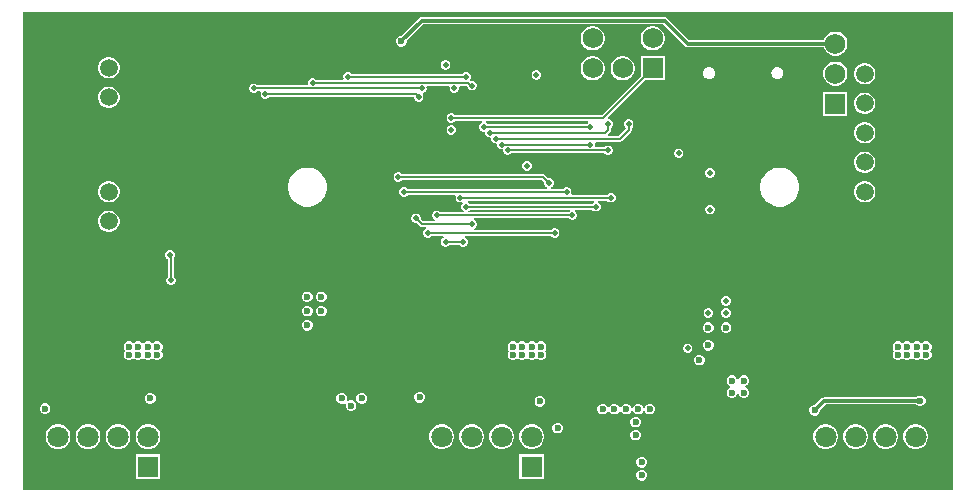
<source format=gbr>
%TF.GenerationSoftware,Altium Limited,Altium Designer,24.0.1 (36)*%
G04 Layer_Physical_Order=4*
G04 Layer_Color=16711680*
%FSLAX45Y45*%
%MOMM*%
%TF.SameCoordinates,1D19F893-C717-4D0B-B0CE-957F46A24576*%
%TF.FilePolarity,Positive*%
%TF.FileFunction,Copper,L4,Bot,Signal*%
%TF.Part,Single*%
G01*
G75*
%TA.AperFunction,Conductor*%
%ADD44C,0.20000*%
%ADD45C,0.30000*%
%TA.AperFunction,ComponentPad*%
%ADD48O,1.20000X1.80000*%
%ADD49O,1.10000X2.00000*%
%ADD50C,1.80000*%
%ADD51R,1.80000X1.80000*%
%ADD52C,1.75000*%
%ADD53R,1.75000X1.75000*%
%ADD54R,1.75000X1.75000*%
%ADD55C,1.50000*%
%TA.AperFunction,ViaPad*%
%ADD56C,0.50000*%
%ADD57C,0.60000*%
G36*
X3200000Y-2975000D02*
X-4675000D01*
Y1075000D01*
X3200000D01*
Y-2975000D01*
D02*
G37*
%LPC*%
G36*
X755345Y1030588D02*
X755344Y1030588D01*
X-1299999D01*
X-1300000Y1030588D01*
X-1311705Y1028259D01*
X-1321629Y1021629D01*
X-1321629Y1021628D01*
X-1473258Y870000D01*
X-1483951D01*
X-1500491Y863149D01*
X-1513149Y850490D01*
X-1520000Y833951D01*
Y816049D01*
X-1513149Y799509D01*
X-1500491Y786851D01*
X-1483951Y780000D01*
X-1466049D01*
X-1449510Y786851D01*
X-1436851Y799509D01*
X-1430000Y816049D01*
Y826742D01*
X-1287330Y969412D01*
X742675D01*
X929800Y782288D01*
X929801Y782287D01*
X939724Y775657D01*
X951430Y773328D01*
X951431Y773328D01*
X2102103D01*
X2104485Y764436D01*
X2117980Y741064D01*
X2137064Y721980D01*
X2160436Y708485D01*
X2186506Y701500D01*
X2213494D01*
X2239563Y708485D01*
X2262936Y721980D01*
X2282020Y741064D01*
X2295515Y764436D01*
X2302500Y790506D01*
Y817494D01*
X2295515Y843563D01*
X2282020Y866936D01*
X2262936Y886020D01*
X2239563Y899515D01*
X2213494Y906500D01*
X2186506D01*
X2160436Y899515D01*
X2137064Y886020D01*
X2117980Y866936D01*
X2104485Y843563D01*
X2102058Y834504D01*
X964099D01*
X776974Y1021629D01*
X767051Y1028259D01*
X755345Y1030588D01*
D02*
G37*
G36*
X667494Y952500D02*
X640506D01*
X614436Y945515D01*
X591064Y932020D01*
X571980Y912936D01*
X558485Y889564D01*
X551500Y863494D01*
Y836506D01*
X558485Y810437D01*
X571980Y787064D01*
X591064Y767980D01*
X614436Y754485D01*
X640506Y747500D01*
X667494D01*
X693564Y754485D01*
X716936Y767980D01*
X736020Y787064D01*
X749515Y810437D01*
X756500Y836506D01*
Y863494D01*
X749515Y889564D01*
X736020Y912936D01*
X716936Y932020D01*
X693564Y945515D01*
X667494Y952500D01*
D02*
G37*
G36*
X159494D02*
X132506D01*
X106436Y945515D01*
X83064Y932020D01*
X63980Y912936D01*
X50485Y889564D01*
X43500Y863494D01*
Y836506D01*
X50485Y810437D01*
X63980Y787064D01*
X83064Y767980D01*
X106436Y754485D01*
X132506Y747500D01*
X159494D01*
X185564Y754485D01*
X208936Y767980D01*
X228020Y787064D01*
X241515Y810437D01*
X248500Y836506D01*
Y863494D01*
X241515Y889564D01*
X228020Y912936D01*
X208936Y932020D01*
X185564Y945515D01*
X159494Y952500D01*
D02*
G37*
G36*
X1703311Y606526D02*
X1700360Y605303D01*
X1697166Y605318D01*
X1684429Y600110D01*
X1682160Y597862D01*
X1679198Y596666D01*
X1669380Y587025D01*
X1668132Y584085D01*
X1665842Y581857D01*
X1660404Y569217D01*
X1660361Y566024D01*
X1659085Y563095D01*
X1658961Y556217D01*
X1659019Y556069D01*
X1658958Y555922D01*
X1659018Y555776D01*
X1658961Y555629D01*
X1659085Y548750D01*
X1660360Y545822D01*
X1660403Y542628D01*
X1665840Y529987D01*
X1668130Y527759D01*
X1669378Y524819D01*
X1679196Y515178D01*
X1682157Y513982D01*
X1684426Y511733D01*
X1697162Y506525D01*
X1700357Y506539D01*
X1703308Y505316D01*
X1717068Y505316D01*
X1720019Y506538D01*
X1723213Y506524D01*
X1735950Y511732D01*
X1738219Y513980D01*
X1741181Y515175D01*
X1750998Y524817D01*
X1752247Y527756D01*
X1754537Y529984D01*
X1759975Y542624D01*
X1760018Y545818D01*
X1761294Y548746D01*
X1761418Y555625D01*
X1761303Y555918D01*
X1761418Y556213D01*
X1761294Y563092D01*
X1760019Y566020D01*
X1759975Y569214D01*
X1754538Y581854D01*
X1752249Y584082D01*
X1751000Y587022D01*
X1741183Y596664D01*
X1738221Y597860D01*
X1735953Y600108D01*
X1723217Y605317D01*
X1720022Y605303D01*
X1717071Y606525D01*
X1703311Y606526D01*
D02*
G37*
G36*
X1125308D02*
X1122357Y605303D01*
X1119163Y605318D01*
X1106427Y600110D01*
X1104158Y597862D01*
X1101196Y596666D01*
X1091378Y587025D01*
X1090129Y584085D01*
X1087840Y581857D01*
X1082402Y569217D01*
X1082358Y566024D01*
X1081083Y563095D01*
X1080958Y556217D01*
X1081016Y556069D01*
X1080955Y555922D01*
X1081016Y555776D01*
X1080958Y555629D01*
X1081082Y548750D01*
X1082358Y545822D01*
X1082401Y542628D01*
X1087838Y529987D01*
X1090127Y527759D01*
X1091376Y524819D01*
X1101193Y515178D01*
X1104155Y513982D01*
X1106424Y511733D01*
X1119160Y506525D01*
X1122354Y506539D01*
X1125306Y505316D01*
X1139066Y505316D01*
X1142017Y506538D01*
X1145211Y506524D01*
X1157947Y511732D01*
X1160216Y513980D01*
X1163178Y515175D01*
X1172996Y524817D01*
X1174245Y527756D01*
X1176534Y529984D01*
X1181972Y542624D01*
X1182016Y545818D01*
X1183291Y548746D01*
X1183416Y555625D01*
X1183300Y555918D01*
X1183416Y556213D01*
X1183292Y563092D01*
X1182016Y566020D01*
X1181973Y569214D01*
X1176536Y581854D01*
X1174247Y584082D01*
X1172998Y587022D01*
X1163181Y596664D01*
X1160219Y597860D01*
X1157950Y600108D01*
X1145214Y605317D01*
X1142020Y605303D01*
X1139068Y606525D01*
X1125308Y606526D01*
D02*
G37*
G36*
X-1092042Y664998D02*
X-1107955D01*
X-1122656Y658909D01*
X-1133909Y647656D01*
X-1139998Y632955D01*
Y617042D01*
X-1133909Y602340D01*
X-1122656Y591088D01*
X-1107955Y584998D01*
X-1092042D01*
X-1077340Y591088D01*
X-1066088Y602340D01*
X-1059998Y617042D01*
Y632955D01*
X-1066088Y647656D01*
X-1077340Y658909D01*
X-1092042Y664998D01*
D02*
G37*
G36*
X-917043Y565000D02*
X-932956D01*
X-947658Y558910D01*
X-956079Y550490D01*
X-1893921D01*
X-1902342Y558910D01*
X-1917043Y565000D01*
X-1932957D01*
X-1947658Y558910D01*
X-1958910Y547658D01*
X-1965000Y532957D01*
Y517043D01*
X-1963404Y513190D01*
X-1971890Y500490D01*
X-2193921D01*
X-2202342Y508910D01*
X-2217044Y515000D01*
X-2232957D01*
X-2247658Y508910D01*
X-2258910Y497658D01*
X-2265000Y482957D01*
Y467044D01*
X-2263404Y463190D01*
X-2271890Y450490D01*
X-2693921D01*
X-2702342Y458910D01*
X-2717043Y465000D01*
X-2732956D01*
X-2747658Y458910D01*
X-2758910Y447658D01*
X-2765000Y432956D01*
Y417043D01*
X-2758910Y402342D01*
X-2747658Y391090D01*
X-2732956Y385000D01*
X-2717043D01*
X-2702342Y391090D01*
X-2693921Y399510D01*
X-2671890D01*
X-2663404Y386810D01*
X-2665000Y382957D01*
Y367043D01*
X-2658910Y352342D01*
X-2647658Y341090D01*
X-2632957Y335000D01*
X-2617044D01*
X-2602342Y341090D01*
X-2593921Y349510D01*
X-1366716D01*
Y342044D01*
X-1360626Y327342D01*
X-1349374Y316090D01*
X-1334672Y310000D01*
X-1318759D01*
X-1304058Y316090D01*
X-1292805Y327342D01*
X-1286716Y342044D01*
Y357957D01*
X-1292805Y372658D01*
X-1292636Y375396D01*
X-1288609Y386423D01*
X-1277342Y391090D01*
X-1266090Y402342D01*
X-1260000Y417043D01*
Y432956D01*
X-1261596Y436810D01*
X-1253111Y449510D01*
X-1071889D01*
X-1063404Y436810D01*
X-1065000Y432956D01*
Y417043D01*
X-1058910Y402342D01*
X-1047658Y391090D01*
X-1032957Y385000D01*
X-1017043D01*
X-1002342Y391090D01*
X-991090Y402342D01*
X-985000Y417043D01*
Y432956D01*
X-986596Y436810D01*
X-978111Y449510D01*
X-918676D01*
X-915000Y445835D01*
Y442044D01*
X-908910Y427342D01*
X-897658Y416090D01*
X-882957Y410000D01*
X-867043D01*
X-852342Y416090D01*
X-841090Y427342D01*
X-835000Y442044D01*
Y457957D01*
X-841090Y472658D01*
X-852342Y483910D01*
X-867043Y490000D01*
X-882956D01*
X-890894Y500360D01*
X-891090Y502342D01*
X-885000Y517043D01*
Y532957D01*
X-891090Y547658D01*
X-902342Y558910D01*
X-917043Y565000D01*
D02*
G37*
G36*
X-3938151Y689987D02*
X-3961849D01*
X-3984739Y683854D01*
X-4005261Y672005D01*
X-4022018Y655248D01*
X-4033866Y634726D01*
X-4040000Y611836D01*
Y588139D01*
X-4033866Y565249D01*
X-4022018Y544726D01*
X-4005261Y527969D01*
X-3984739Y516121D01*
X-3961849Y509987D01*
X-3938151D01*
X-3915261Y516121D01*
X-3894739Y527969D01*
X-3877982Y544726D01*
X-3866133Y565249D01*
X-3860000Y588139D01*
Y611836D01*
X-3866133Y634726D01*
X-3877982Y655248D01*
X-3894739Y672005D01*
X-3915261Y683854D01*
X-3938151Y689987D01*
D02*
G37*
G36*
X-322044Y580000D02*
X-337957D01*
X-352658Y573910D01*
X-363910Y562658D01*
X-370000Y547956D01*
Y532043D01*
X-363910Y517342D01*
X-352658Y506090D01*
X-337957Y500000D01*
X-322044D01*
X-307342Y506090D01*
X-296090Y517342D01*
X-290000Y532043D01*
Y547956D01*
X-296090Y562658D01*
X-307342Y573910D01*
X-322044Y580000D01*
D02*
G37*
G36*
X413494Y698500D02*
X386506D01*
X360436Y691515D01*
X337064Y678020D01*
X317980Y658936D01*
X304485Y635564D01*
X297500Y609494D01*
Y582506D01*
X304485Y556437D01*
X317980Y533064D01*
X337064Y513980D01*
X360436Y500485D01*
X386506Y493500D01*
X413494D01*
X439564Y500485D01*
X462936Y513980D01*
X482020Y533064D01*
X495515Y556437D01*
X502500Y582506D01*
Y609494D01*
X495515Y635564D01*
X482020Y658936D01*
X462936Y678020D01*
X439564Y691515D01*
X413494Y698500D01*
D02*
G37*
G36*
X159494D02*
X132506D01*
X106436Y691515D01*
X83064Y678020D01*
X63980Y658936D01*
X50485Y635564D01*
X43500Y609494D01*
Y582506D01*
X50485Y556437D01*
X63980Y533064D01*
X83064Y513980D01*
X106436Y500485D01*
X132506Y493500D01*
X159494D01*
X185564Y500485D01*
X208936Y513980D01*
X228020Y533064D01*
X241515Y556437D01*
X248500Y582506D01*
Y609494D01*
X241515Y635564D01*
X228020Y658936D01*
X208936Y678020D01*
X185564Y691515D01*
X159494Y698500D01*
D02*
G37*
G36*
X2461849Y640025D02*
X2438152D01*
X2415262Y633891D01*
X2394739Y622042D01*
X2377983Y605286D01*
X2366134Y584763D01*
X2360000Y561873D01*
Y538176D01*
X2366134Y515286D01*
X2377983Y494764D01*
X2394739Y478007D01*
X2415262Y466158D01*
X2438152Y460025D01*
X2461849D01*
X2484739Y466158D01*
X2505261Y478007D01*
X2522018Y494764D01*
X2533867Y515286D01*
X2540000Y538176D01*
Y561873D01*
X2533867Y584763D01*
X2522018Y605286D01*
X2505261Y622042D01*
X2484739Y633891D01*
X2461849Y640025D01*
D02*
G37*
G36*
X2213494Y652500D02*
X2186506D01*
X2160436Y645515D01*
X2137064Y632020D01*
X2117980Y612936D01*
X2104485Y589563D01*
X2097500Y563494D01*
Y536506D01*
X2104485Y510436D01*
X2117980Y487064D01*
X2137064Y467980D01*
X2160436Y454485D01*
X2186506Y447500D01*
X2213494D01*
X2239563Y454485D01*
X2262936Y467980D01*
X2282020Y487064D01*
X2295515Y510436D01*
X2302500Y536506D01*
Y563494D01*
X2295515Y589563D01*
X2282020Y612936D01*
X2262936Y632020D01*
X2239563Y645515D01*
X2213494Y652500D01*
D02*
G37*
G36*
X-3938151Y439972D02*
X-3961849D01*
X-3984739Y433839D01*
X-4005261Y421990D01*
X-4022018Y405233D01*
X-4033866Y384711D01*
X-4040000Y361821D01*
Y338124D01*
X-4033866Y315234D01*
X-4022018Y294711D01*
X-4005261Y277955D01*
X-3984739Y266106D01*
X-3961849Y259973D01*
X-3938151D01*
X-3915261Y266106D01*
X-3894739Y277955D01*
X-3877982Y294711D01*
X-3866133Y315234D01*
X-3860000Y338124D01*
Y361821D01*
X-3866133Y384711D01*
X-3877982Y405233D01*
X-3894739Y421990D01*
X-3915261Y433839D01*
X-3938151Y439972D01*
D02*
G37*
G36*
X2461849Y390012D02*
X2438152D01*
X2415262Y383879D01*
X2394739Y372030D01*
X2377983Y355274D01*
X2366134Y334751D01*
X2360000Y311861D01*
Y288164D01*
X2366134Y265274D01*
X2377983Y244752D01*
X2394739Y227995D01*
X2415262Y216146D01*
X2438152Y210013D01*
X2461849D01*
X2484739Y216146D01*
X2505261Y227995D01*
X2522018Y244752D01*
X2533867Y265274D01*
X2540000Y288164D01*
Y311861D01*
X2533867Y334751D01*
X2522018Y355274D01*
X2505261Y372030D01*
X2484739Y383879D01*
X2461849Y390012D01*
D02*
G37*
G36*
X756500Y698500D02*
X551500D01*
Y529548D01*
X222442Y200490D01*
X-1018921D01*
X-1027342Y208910D01*
X-1042043Y215000D01*
X-1057956D01*
X-1072658Y208910D01*
X-1083910Y197658D01*
X-1090000Y182956D01*
Y167043D01*
X-1083910Y152342D01*
X-1072658Y141090D01*
X-1057956Y135000D01*
X-1042043D01*
X-1027342Y141090D01*
X-1018921Y149510D01*
X-793184D01*
X-790657Y136810D01*
X-797658Y133910D01*
X-808910Y122658D01*
X-815000Y107957D01*
Y92044D01*
X-808910Y77342D01*
X-797658Y66090D01*
X-782957Y60000D01*
X-776733D01*
X-766740Y58259D01*
X-765000Y48267D01*
Y42043D01*
X-758910Y27342D01*
X-747658Y16090D01*
X-732957Y10000D01*
X-726733D01*
X-716741Y8260D01*
X-715000Y-1733D01*
Y-7957D01*
X-708910Y-22658D01*
X-697658Y-33910D01*
X-682956Y-40000D01*
X-676733D01*
X-666740Y-41740D01*
X-665000Y-51733D01*
Y-57956D01*
X-658910Y-72658D01*
X-647658Y-83910D01*
X-632957Y-90000D01*
X-626733D01*
X-616740Y-91740D01*
X-615000Y-101733D01*
Y-107957D01*
X-608910Y-122658D01*
X-597658Y-133910D01*
X-582957Y-140000D01*
X-567044D01*
X-552342Y-133910D01*
X-543921Y-125490D01*
X243921D01*
X252342Y-133910D01*
X267043Y-140000D01*
X282957D01*
X297658Y-133910D01*
X308910Y-122658D01*
X315000Y-107957D01*
Y-92044D01*
X308910Y-77342D01*
X297658Y-66090D01*
X282957Y-60000D01*
X267043D01*
X252342Y-66090D01*
X243921Y-74510D01*
X171889D01*
X163404Y-61810D01*
X165000Y-57956D01*
Y-42043D01*
X163404Y-38190D01*
X171890Y-25490D01*
X375000D01*
X384755Y-23549D01*
X393024Y-18024D01*
X468024Y56976D01*
X473549Y65246D01*
X475490Y75000D01*
Y93921D01*
X483910Y102342D01*
X490000Y117043D01*
Y132957D01*
X483910Y147658D01*
X472658Y158910D01*
X457957Y165000D01*
X442044D01*
X427342Y158910D01*
X416090Y147658D01*
X410000Y132957D01*
Y117043D01*
X416090Y102342D01*
X424510Y93921D01*
Y85558D01*
X364442Y25490D01*
X279498D01*
X274238Y38190D01*
X293024Y56976D01*
X298549Y65245D01*
X300490Y75000D01*
Y93921D01*
X308910Y102342D01*
X315000Y117043D01*
Y132957D01*
X308910Y147658D01*
X297658Y158910D01*
X282957Y165000D01*
X277008D01*
X271747Y177700D01*
X587548Y493500D01*
X756500D01*
Y698500D01*
D02*
G37*
G36*
X2302500Y398500D02*
X2097500D01*
Y193500D01*
X2302500D01*
Y398500D01*
D02*
G37*
G36*
X-1042043Y115000D02*
X-1057956D01*
X-1072658Y108910D01*
X-1083910Y97658D01*
X-1090000Y82957D01*
Y67044D01*
X-1083910Y52342D01*
X-1072658Y41090D01*
X-1057956Y35000D01*
X-1042043D01*
X-1027342Y41090D01*
X-1016090Y52342D01*
X-1010000Y67044D01*
Y82957D01*
X-1016090Y97658D01*
X-1027342Y108910D01*
X-1042043Y115000D01*
D02*
G37*
G36*
X2461849Y140023D02*
X2438152D01*
X2415262Y133890D01*
X2394739Y122041D01*
X2377983Y105284D01*
X2366134Y84762D01*
X2360000Y61872D01*
Y38175D01*
X2366134Y15285D01*
X2377983Y-5238D01*
X2394739Y-21994D01*
X2415262Y-33843D01*
X2438152Y-39977D01*
X2461849D01*
X2484739Y-33843D01*
X2505261Y-21994D01*
X2522018Y-5238D01*
X2533867Y15285D01*
X2540000Y38175D01*
Y61872D01*
X2533867Y84762D01*
X2522018Y105284D01*
X2505261Y122041D01*
X2484739Y133890D01*
X2461849Y140023D01*
D02*
G37*
G36*
X882957Y-85000D02*
X867043D01*
X852342Y-91090D01*
X841090Y-102342D01*
X835000Y-117043D01*
Y-132957D01*
X841090Y-147658D01*
X852342Y-158910D01*
X867043Y-165000D01*
X882957D01*
X897658Y-158910D01*
X908910Y-147658D01*
X915000Y-132957D01*
Y-117043D01*
X908910Y-102342D01*
X897658Y-91090D01*
X882957Y-85000D01*
D02*
G37*
G36*
X-402043Y-190000D02*
X-417956D01*
X-432658Y-196090D01*
X-443910Y-207342D01*
X-450000Y-222043D01*
Y-237957D01*
X-443910Y-252658D01*
X-432658Y-263910D01*
X-417956Y-270000D01*
X-402043D01*
X-387342Y-263910D01*
X-376090Y-252658D01*
X-370000Y-237957D01*
Y-222043D01*
X-376090Y-207342D01*
X-387342Y-196090D01*
X-402043Y-190000D01*
D02*
G37*
G36*
X2461849Y-109987D02*
X2438152D01*
X2415262Y-116120D01*
X2394739Y-127969D01*
X2377983Y-144725D01*
X2366134Y-165248D01*
X2360000Y-188138D01*
Y-211835D01*
X2366134Y-234725D01*
X2377983Y-255247D01*
X2394739Y-272004D01*
X2415262Y-283853D01*
X2438152Y-289986D01*
X2461849D01*
X2484739Y-283853D01*
X2505261Y-272004D01*
X2522018Y-255247D01*
X2533867Y-234725D01*
X2540000Y-211835D01*
Y-188138D01*
X2533867Y-165248D01*
X2522018Y-144725D01*
X2505261Y-127969D01*
X2484739Y-116120D01*
X2461849Y-109987D01*
D02*
G37*
G36*
X1147957Y-250000D02*
X1132043D01*
X1117342Y-256090D01*
X1106090Y-267342D01*
X1100000Y-282043D01*
Y-297956D01*
X1106090Y-312658D01*
X1117342Y-323910D01*
X1132043Y-330000D01*
X1147957D01*
X1162658Y-323910D01*
X1173910Y-312658D01*
X1180000Y-297956D01*
Y-282043D01*
X1173910Y-267342D01*
X1162658Y-256090D01*
X1147957Y-250000D01*
D02*
G37*
G36*
X-1492043Y-285000D02*
X-1507957D01*
X-1522658Y-291090D01*
X-1533910Y-302342D01*
X-1540000Y-317044D01*
Y-332957D01*
X-1533910Y-347658D01*
X-1522658Y-358910D01*
X-1507957Y-365000D01*
X-1492043D01*
X-1477342Y-358910D01*
X-1468921Y-350490D01*
X-285558D01*
X-265000Y-371048D01*
Y-382957D01*
X-258910Y-397658D01*
X-247658Y-408910D01*
X-240657Y-411810D01*
X-243183Y-424510D01*
X-1418921D01*
X-1427342Y-416090D01*
X-1442043Y-410000D01*
X-1457956D01*
X-1472658Y-416090D01*
X-1483910Y-427342D01*
X-1490000Y-442044D01*
Y-457957D01*
X-1483910Y-472658D01*
X-1472658Y-483910D01*
X-1457956Y-490000D01*
X-1442043D01*
X-1427342Y-483910D01*
X-1418921Y-475490D01*
X-1021890D01*
X-1013404Y-488190D01*
X-1015000Y-492043D01*
Y-507957D01*
X-1008910Y-522658D01*
X-997658Y-533910D01*
X-982957Y-540000D01*
X-967044D01*
X-962750Y-538222D01*
X-955556Y-548988D01*
X-958910Y-552342D01*
X-965000Y-567044D01*
Y-582957D01*
X-958910Y-597658D01*
X-947658Y-608910D01*
X-940657Y-611810D01*
X-943184Y-624510D01*
X-1143921D01*
X-1152342Y-616090D01*
X-1167043Y-610000D01*
X-1182956D01*
X-1197658Y-616090D01*
X-1208910Y-627342D01*
X-1215000Y-642043D01*
Y-657957D01*
X-1208910Y-672658D01*
X-1197658Y-683910D01*
X-1190656Y-686810D01*
X-1193183Y-699510D01*
X-1289442D01*
X-1310000Y-678952D01*
Y-667043D01*
X-1316090Y-652342D01*
X-1327342Y-641090D01*
X-1342044Y-635000D01*
X-1357957D01*
X-1372658Y-641090D01*
X-1383910Y-652342D01*
X-1390000Y-667043D01*
Y-682956D01*
X-1383910Y-697658D01*
X-1372658Y-708910D01*
X-1357957Y-715000D01*
X-1346048D01*
X-1318024Y-743024D01*
X-1309754Y-748549D01*
X-1300000Y-750490D01*
X-1268184D01*
X-1265657Y-763190D01*
X-1272658Y-766090D01*
X-1283910Y-777342D01*
X-1290000Y-792043D01*
Y-807956D01*
X-1283910Y-822658D01*
X-1272658Y-833910D01*
X-1257957Y-840000D01*
X-1242043D01*
X-1227342Y-833910D01*
X-1218921Y-825490D01*
X-1118183D01*
X-1115657Y-838190D01*
X-1122658Y-841090D01*
X-1133910Y-852342D01*
X-1140000Y-867043D01*
Y-882957D01*
X-1133910Y-897658D01*
X-1122658Y-908910D01*
X-1107957Y-915000D01*
X-1092044D01*
X-1077342Y-908910D01*
X-1068921Y-900490D01*
X-981079D01*
X-972658Y-908910D01*
X-957956Y-915000D01*
X-942043D01*
X-927342Y-908910D01*
X-916090Y-897658D01*
X-910000Y-882957D01*
Y-867043D01*
X-916090Y-852342D01*
X-927342Y-841090D01*
X-934343Y-838190D01*
X-931817Y-825490D01*
X-206079D01*
X-197658Y-833910D01*
X-182956Y-840000D01*
X-167043D01*
X-152342Y-833910D01*
X-141090Y-822658D01*
X-135000Y-807956D01*
Y-792043D01*
X-141090Y-777342D01*
X-152342Y-766090D01*
X-167043Y-760000D01*
X-182956D01*
X-197658Y-766090D01*
X-206079Y-774510D01*
X-856816D01*
X-859343Y-761810D01*
X-852342Y-758910D01*
X-841090Y-747658D01*
X-835000Y-732957D01*
Y-717044D01*
X-841090Y-702342D01*
X-852342Y-691090D01*
X-859343Y-688190D01*
X-856817Y-675490D01*
X-56079D01*
X-47658Y-683910D01*
X-32956Y-690000D01*
X-17043D01*
X-2342Y-683910D01*
X8910Y-672658D01*
X15000Y-657957D01*
Y-642043D01*
X8910Y-627342D01*
X-2342Y-616090D01*
X-9343Y-613190D01*
X-6816Y-600490D01*
X143921D01*
X152342Y-608910D01*
X167043Y-615000D01*
X182956D01*
X197658Y-608910D01*
X208910Y-597658D01*
X215000Y-582957D01*
Y-567044D01*
X208910Y-552342D01*
X197658Y-541090D01*
X190656Y-538190D01*
X193183Y-525490D01*
X268921D01*
X277342Y-533910D01*
X292043Y-540000D01*
X307956D01*
X322658Y-533910D01*
X333910Y-522658D01*
X340000Y-507957D01*
Y-492043D01*
X333910Y-477342D01*
X322658Y-466090D01*
X307956Y-460000D01*
X292043D01*
X277342Y-466090D01*
X268921Y-474510D01*
X-28110D01*
X-36596Y-461810D01*
X-35000Y-457957D01*
Y-442044D01*
X-41090Y-427342D01*
X-52342Y-416090D01*
X-67044Y-410000D01*
X-82957D01*
X-97658Y-416090D01*
X-106079Y-424510D01*
X-206817D01*
X-209343Y-411810D01*
X-202342Y-408910D01*
X-191090Y-397658D01*
X-185000Y-382957D01*
Y-367043D01*
X-191090Y-352342D01*
X-202342Y-341090D01*
X-217044Y-335000D01*
X-228952D01*
X-256976Y-306976D01*
X-265245Y-301451D01*
X-275000Y-299510D01*
X-1468921D01*
X-1477342Y-291090D01*
X-1492043Y-285000D01*
D02*
G37*
G36*
X2461849Y-359976D02*
X2438152D01*
X2415262Y-366109D01*
X2394739Y-377958D01*
X2377983Y-394715D01*
X2366134Y-415237D01*
X2360000Y-438127D01*
Y-461824D01*
X2366134Y-484714D01*
X2377983Y-505237D01*
X2394739Y-521993D01*
X2415262Y-533842D01*
X2438152Y-539976D01*
X2461849D01*
X2484739Y-533842D01*
X2505261Y-521993D01*
X2522018Y-505237D01*
X2533867Y-484714D01*
X2540000Y-461824D01*
Y-438127D01*
X2533867Y-415237D01*
X2522018Y-394715D01*
X2505261Y-377958D01*
X2484739Y-366109D01*
X2461849Y-359976D01*
D02*
G37*
G36*
X-3938151Y-360013D02*
X-3961849D01*
X-3984739Y-366146D01*
X-4005261Y-377995D01*
X-4022018Y-394752D01*
X-4033866Y-415274D01*
X-4040000Y-438164D01*
Y-461861D01*
X-4033866Y-484751D01*
X-4022018Y-505274D01*
X-4005261Y-522030D01*
X-3984739Y-533879D01*
X-3961849Y-540013D01*
X-3938151D01*
X-3915261Y-533879D01*
X-3894739Y-522030D01*
X-3877982Y-505274D01*
X-3866133Y-484751D01*
X-3860000Y-461861D01*
Y-438164D01*
X-3866133Y-415274D01*
X-3877982Y-394752D01*
X-3894739Y-377995D01*
X-3915261Y-366146D01*
X-3938151Y-360013D01*
D02*
G37*
G36*
X1746251Y-245000D02*
X1713749D01*
X1681871Y-251341D01*
X1651843Y-263779D01*
X1624818Y-281836D01*
X1601836Y-304819D01*
X1583779Y-331843D01*
X1571341Y-361871D01*
X1565000Y-393749D01*
Y-426251D01*
X1571341Y-458129D01*
X1583779Y-488157D01*
X1601836Y-515181D01*
X1624818Y-538164D01*
X1651843Y-556221D01*
X1681871Y-568659D01*
X1713749Y-575000D01*
X1746251D01*
X1778129Y-568659D01*
X1808157Y-556221D01*
X1835181Y-538164D01*
X1858164Y-515181D01*
X1876221Y-488157D01*
X1888659Y-458129D01*
X1895000Y-426251D01*
Y-393749D01*
X1888659Y-361871D01*
X1876221Y-331843D01*
X1858164Y-304819D01*
X1835181Y-281836D01*
X1808157Y-263779D01*
X1778129Y-251341D01*
X1746251Y-245000D01*
D02*
G37*
G36*
X-2253749D02*
X-2286251D01*
X-2318129Y-251341D01*
X-2348157Y-263779D01*
X-2375181Y-281836D01*
X-2398164Y-304819D01*
X-2416221Y-331843D01*
X-2428659Y-361871D01*
X-2435000Y-393749D01*
Y-426251D01*
X-2428659Y-458129D01*
X-2416221Y-488157D01*
X-2398164Y-515181D01*
X-2375181Y-538164D01*
X-2348157Y-556221D01*
X-2318129Y-568659D01*
X-2286251Y-575000D01*
X-2253749D01*
X-2221871Y-568659D01*
X-2191843Y-556221D01*
X-2164819Y-538164D01*
X-2141836Y-515181D01*
X-2123779Y-488157D01*
X-2111341Y-458129D01*
X-2105000Y-426251D01*
Y-393749D01*
X-2111341Y-361871D01*
X-2123779Y-331843D01*
X-2141836Y-304819D01*
X-2164819Y-281836D01*
X-2191843Y-263779D01*
X-2221871Y-251341D01*
X-2253749Y-245000D01*
D02*
G37*
G36*
X1147957Y-560000D02*
X1132043D01*
X1117342Y-566090D01*
X1106090Y-577342D01*
X1100000Y-592044D01*
Y-607957D01*
X1106090Y-622658D01*
X1117342Y-633910D01*
X1132043Y-640000D01*
X1147957D01*
X1162658Y-633910D01*
X1173910Y-622658D01*
X1180000Y-607957D01*
Y-592044D01*
X1173910Y-577342D01*
X1162658Y-566090D01*
X1147957Y-560000D01*
D02*
G37*
G36*
X-3938151Y-610028D02*
X-3961849D01*
X-3984739Y-616161D01*
X-4005261Y-628010D01*
X-4022018Y-644767D01*
X-4033866Y-665289D01*
X-4040000Y-688179D01*
Y-711876D01*
X-4033866Y-734766D01*
X-4022018Y-755289D01*
X-4005261Y-772045D01*
X-3984739Y-783894D01*
X-3961849Y-790027D01*
X-3938151D01*
X-3915261Y-783894D01*
X-3894739Y-772045D01*
X-3877982Y-755289D01*
X-3866133Y-734766D01*
X-3860000Y-711876D01*
Y-688179D01*
X-3866133Y-665289D01*
X-3877982Y-644767D01*
X-3894739Y-628010D01*
X-3915261Y-616161D01*
X-3938151Y-610028D01*
D02*
G37*
G36*
X-3424005Y-945000D02*
X-3439918D01*
X-3454620Y-951090D01*
X-3465872Y-962342D01*
X-3471962Y-977043D01*
Y-992956D01*
X-3465872Y-1007658D01*
X-3454620Y-1018910D01*
X-3450490Y-1020621D01*
Y-1168921D01*
X-3458910Y-1177342D01*
X-3465000Y-1192043D01*
Y-1207956D01*
X-3458910Y-1222658D01*
X-3447658Y-1233910D01*
X-3432957Y-1240000D01*
X-3417043D01*
X-3402342Y-1233910D01*
X-3391090Y-1222658D01*
X-3385000Y-1207956D01*
Y-1192043D01*
X-3391090Y-1177342D01*
X-3399510Y-1168921D01*
Y-1009117D01*
X-3398052Y-1007658D01*
X-3391962Y-992956D01*
Y-977043D01*
X-3398052Y-962342D01*
X-3409304Y-951090D01*
X-3424005Y-945000D01*
D02*
G37*
G36*
X-2141049Y-1295000D02*
X-2158951D01*
X-2175490Y-1301851D01*
X-2188149Y-1314510D01*
X-2195000Y-1331049D01*
Y-1348951D01*
X-2188149Y-1365491D01*
X-2175490Y-1378149D01*
X-2158951Y-1385000D01*
X-2141049D01*
X-2124510Y-1378149D01*
X-2111851Y-1365491D01*
X-2105000Y-1348951D01*
Y-1331049D01*
X-2111851Y-1314510D01*
X-2124510Y-1301851D01*
X-2141049Y-1295000D01*
D02*
G37*
G36*
X-2261049D02*
X-2278951D01*
X-2295490Y-1301851D01*
X-2308149Y-1314510D01*
X-2315000Y-1331049D01*
Y-1348951D01*
X-2308149Y-1365491D01*
X-2295490Y-1378149D01*
X-2278951Y-1385000D01*
X-2261049D01*
X-2244510Y-1378149D01*
X-2231851Y-1365491D01*
X-2225000Y-1348951D01*
Y-1331049D01*
X-2231851Y-1314510D01*
X-2244510Y-1301851D01*
X-2261049Y-1295000D01*
D02*
G37*
G36*
X1282957Y-1335000D02*
X1267043D01*
X1252342Y-1341090D01*
X1241090Y-1352342D01*
X1235000Y-1367043D01*
Y-1382957D01*
X1241090Y-1397658D01*
X1252342Y-1408910D01*
X1267043Y-1415000D01*
X1282957D01*
X1297658Y-1408910D01*
X1308910Y-1397658D01*
X1315000Y-1382957D01*
Y-1367043D01*
X1308910Y-1352342D01*
X1297658Y-1341090D01*
X1282957Y-1335000D01*
D02*
G37*
G36*
X-2141049Y-1415000D02*
X-2158951D01*
X-2175490Y-1421851D01*
X-2188149Y-1434509D01*
X-2195000Y-1451049D01*
Y-1468951D01*
X-2188149Y-1485490D01*
X-2175490Y-1498149D01*
X-2158951Y-1505000D01*
X-2141049D01*
X-2124510Y-1498149D01*
X-2111851Y-1485490D01*
X-2105000Y-1468951D01*
Y-1451049D01*
X-2111851Y-1434509D01*
X-2124510Y-1421851D01*
X-2141049Y-1415000D01*
D02*
G37*
G36*
X-2261049D02*
X-2278951D01*
X-2295490Y-1421851D01*
X-2308149Y-1434509D01*
X-2315000Y-1451049D01*
Y-1468951D01*
X-2308149Y-1485490D01*
X-2295490Y-1498149D01*
X-2278951Y-1505000D01*
X-2261049D01*
X-2244510Y-1498149D01*
X-2231851Y-1485490D01*
X-2225000Y-1468951D01*
Y-1451049D01*
X-2231851Y-1434509D01*
X-2244510Y-1421851D01*
X-2261049Y-1415000D01*
D02*
G37*
G36*
X1282957Y-1435000D02*
X1267043D01*
X1252342Y-1441090D01*
X1241090Y-1452342D01*
X1235000Y-1467044D01*
Y-1482957D01*
X1241090Y-1497658D01*
X1252342Y-1508910D01*
X1267043Y-1515000D01*
X1282957D01*
X1297658Y-1508910D01*
X1308910Y-1497658D01*
X1315000Y-1482957D01*
Y-1467044D01*
X1308910Y-1452342D01*
X1297658Y-1441090D01*
X1282957Y-1435000D01*
D02*
G37*
G36*
X1132957D02*
X1117043D01*
X1102342Y-1441090D01*
X1091090Y-1452342D01*
X1085000Y-1467044D01*
Y-1482957D01*
X1091090Y-1497658D01*
X1102342Y-1508910D01*
X1117043Y-1515000D01*
X1132957D01*
X1147658Y-1508910D01*
X1158910Y-1497658D01*
X1165000Y-1482957D01*
Y-1467044D01*
X1158910Y-1452342D01*
X1147658Y-1441090D01*
X1132957Y-1435000D01*
D02*
G37*
G36*
X-2261049Y-1535000D02*
X-2278951D01*
X-2295490Y-1541851D01*
X-2308149Y-1554509D01*
X-2315000Y-1571049D01*
Y-1588951D01*
X-2308149Y-1605490D01*
X-2295490Y-1618149D01*
X-2278951Y-1625000D01*
X-2261049D01*
X-2244510Y-1618149D01*
X-2231851Y-1605490D01*
X-2225000Y-1588951D01*
Y-1571049D01*
X-2231851Y-1554509D01*
X-2244510Y-1541851D01*
X-2261049Y-1535000D01*
D02*
G37*
G36*
X1283951Y-1555000D02*
X1266049D01*
X1249510Y-1561851D01*
X1236851Y-1574510D01*
X1230000Y-1591049D01*
Y-1608951D01*
X1236851Y-1625491D01*
X1249510Y-1638149D01*
X1266049Y-1645000D01*
X1283951D01*
X1300490Y-1638149D01*
X1313149Y-1625491D01*
X1320000Y-1608951D01*
Y-1591049D01*
X1313149Y-1574510D01*
X1300490Y-1561851D01*
X1283951Y-1555000D01*
D02*
G37*
G36*
X1133951D02*
X1116049D01*
X1099510Y-1561851D01*
X1086851Y-1574510D01*
X1080000Y-1591049D01*
Y-1608951D01*
X1086851Y-1625491D01*
X1099510Y-1638149D01*
X1116049Y-1645000D01*
X1133951D01*
X1150490Y-1638149D01*
X1163149Y-1625491D01*
X1170000Y-1608951D01*
Y-1591049D01*
X1163149Y-1574510D01*
X1150490Y-1561851D01*
X1133951Y-1555000D01*
D02*
G37*
G36*
X2978951Y-1715000D02*
X2961049D01*
X2944510Y-1721851D01*
X2938297Y-1728064D01*
X2930000Y-1733334D01*
X2921703Y-1728064D01*
X2915490Y-1721851D01*
X2898951Y-1715000D01*
X2881049D01*
X2864510Y-1721851D01*
X2858297Y-1728064D01*
X2850000Y-1733334D01*
X2841703Y-1728064D01*
X2835491Y-1721851D01*
X2818951Y-1715000D01*
X2801049D01*
X2784510Y-1721851D01*
X2778297Y-1728064D01*
X2770000Y-1733334D01*
X2761703Y-1728064D01*
X2755491Y-1721851D01*
X2738951Y-1715000D01*
X2721049D01*
X2704510Y-1721851D01*
X2691851Y-1734510D01*
X2685000Y-1751049D01*
Y-1768951D01*
X2691851Y-1785490D01*
X2701361Y-1795000D01*
X2691851Y-1804509D01*
X2685000Y-1821049D01*
Y-1838951D01*
X2691851Y-1855490D01*
X2704510Y-1868149D01*
X2721049Y-1875000D01*
X2738951D01*
X2755491Y-1868149D01*
X2761703Y-1861936D01*
X2770000Y-1856666D01*
X2778297Y-1861936D01*
X2784510Y-1868149D01*
X2801049Y-1875000D01*
X2818951D01*
X2835491Y-1868149D01*
X2841703Y-1861936D01*
X2850000Y-1856666D01*
X2858297Y-1861936D01*
X2864510Y-1868149D01*
X2881049Y-1875000D01*
X2898951D01*
X2915490Y-1868149D01*
X2921703Y-1861936D01*
X2930000Y-1856666D01*
X2938297Y-1861936D01*
X2944510Y-1868149D01*
X2961049Y-1875000D01*
X2978951D01*
X2995491Y-1868149D01*
X3008149Y-1855490D01*
X3015000Y-1838951D01*
Y-1821049D01*
X3008149Y-1804509D01*
X2998640Y-1795000D01*
X3008149Y-1785490D01*
X3015000Y-1768951D01*
Y-1751049D01*
X3008149Y-1734510D01*
X2995491Y-1721851D01*
X2978951Y-1715000D01*
D02*
G37*
G36*
X-281049D02*
X-298951D01*
X-315490Y-1721851D01*
X-321703Y-1728064D01*
X-330000Y-1733334D01*
X-338297Y-1728064D01*
X-344510Y-1721851D01*
X-361049Y-1715000D01*
X-378951D01*
X-395490Y-1721851D01*
X-401703Y-1728064D01*
X-410000Y-1733334D01*
X-418297Y-1728064D01*
X-424509Y-1721851D01*
X-441049Y-1715000D01*
X-458951D01*
X-475490Y-1721851D01*
X-481703Y-1728064D01*
X-490000Y-1733334D01*
X-498297Y-1728064D01*
X-504510Y-1721851D01*
X-521049Y-1715000D01*
X-538951D01*
X-555490Y-1721851D01*
X-568149Y-1734510D01*
X-575000Y-1751049D01*
Y-1768951D01*
X-568149Y-1785490D01*
X-558639Y-1795000D01*
X-568149Y-1804509D01*
X-575000Y-1821049D01*
Y-1838951D01*
X-568149Y-1855490D01*
X-555490Y-1868149D01*
X-538951Y-1875000D01*
X-521049D01*
X-504510Y-1868149D01*
X-498297Y-1861936D01*
X-490000Y-1856666D01*
X-481703Y-1861936D01*
X-475490Y-1868149D01*
X-458951Y-1875000D01*
X-441049D01*
X-424509Y-1868149D01*
X-418297Y-1861936D01*
X-410000Y-1856666D01*
X-401703Y-1861936D01*
X-395490Y-1868149D01*
X-378951Y-1875000D01*
X-361049D01*
X-344510Y-1868149D01*
X-338297Y-1861936D01*
X-330000Y-1856666D01*
X-321703Y-1861936D01*
X-315490Y-1868149D01*
X-298951Y-1875000D01*
X-281049D01*
X-264510Y-1868149D01*
X-251851Y-1855490D01*
X-245000Y-1838951D01*
Y-1821049D01*
X-251851Y-1804509D01*
X-261360Y-1795000D01*
X-251851Y-1785490D01*
X-245000Y-1768951D01*
Y-1751049D01*
X-251851Y-1734510D01*
X-264510Y-1721851D01*
X-281049Y-1715000D01*
D02*
G37*
G36*
X-3531049D02*
X-3548951D01*
X-3565490Y-1721851D01*
X-3571703Y-1728064D01*
X-3580000Y-1733334D01*
X-3588297Y-1728064D01*
X-3594510Y-1721851D01*
X-3611049Y-1715000D01*
X-3628951D01*
X-3645491Y-1721851D01*
X-3651703Y-1728064D01*
X-3660000Y-1733334D01*
X-3668297Y-1728064D01*
X-3674510Y-1721851D01*
X-3691049Y-1715000D01*
X-3708951D01*
X-3725490Y-1721851D01*
X-3731703Y-1728064D01*
X-3740000Y-1733334D01*
X-3748297Y-1728064D01*
X-3754510Y-1721851D01*
X-3771049Y-1715000D01*
X-3788951D01*
X-3805490Y-1721851D01*
X-3818149Y-1734510D01*
X-3825000Y-1751049D01*
Y-1768951D01*
X-3818149Y-1785490D01*
X-3808640Y-1795000D01*
X-3818149Y-1804509D01*
X-3825000Y-1821049D01*
Y-1838951D01*
X-3818149Y-1855490D01*
X-3805490Y-1868149D01*
X-3788951Y-1875000D01*
X-3771049D01*
X-3754510Y-1868149D01*
X-3748297Y-1861936D01*
X-3740000Y-1856666D01*
X-3731703Y-1861936D01*
X-3725490Y-1868149D01*
X-3708951Y-1875000D01*
X-3691049D01*
X-3674510Y-1868149D01*
X-3668297Y-1861936D01*
X-3660000Y-1856666D01*
X-3651703Y-1861936D01*
X-3645491Y-1868149D01*
X-3628951Y-1875000D01*
X-3611049D01*
X-3594510Y-1868149D01*
X-3588297Y-1861936D01*
X-3580000Y-1856666D01*
X-3571703Y-1861936D01*
X-3565490Y-1868149D01*
X-3548951Y-1875000D01*
X-3531049D01*
X-3514510Y-1868149D01*
X-3501851Y-1855490D01*
X-3495000Y-1838951D01*
Y-1821049D01*
X-3501851Y-1804509D01*
X-3511361Y-1795000D01*
X-3501851Y-1785490D01*
X-3495000Y-1768951D01*
Y-1751049D01*
X-3501851Y-1734510D01*
X-3514510Y-1721851D01*
X-3531049Y-1715000D01*
D02*
G37*
G36*
X1133951Y-1705000D02*
X1116049D01*
X1099510Y-1711851D01*
X1086851Y-1724510D01*
X1080000Y-1741049D01*
Y-1758951D01*
X1086851Y-1775490D01*
X1099510Y-1788149D01*
X1116049Y-1795000D01*
X1133951D01*
X1150490Y-1788149D01*
X1163149Y-1775490D01*
X1170000Y-1758951D01*
Y-1741049D01*
X1163149Y-1724510D01*
X1150490Y-1711851D01*
X1133951Y-1705000D01*
D02*
G37*
G36*
X957956Y-1735000D02*
X942043D01*
X927342Y-1741090D01*
X916090Y-1752342D01*
X910000Y-1767043D01*
Y-1782957D01*
X916090Y-1797658D01*
X927342Y-1808910D01*
X942043Y-1815000D01*
X957956D01*
X972658Y-1808910D01*
X983910Y-1797658D01*
X990000Y-1782957D01*
Y-1767043D01*
X983910Y-1752342D01*
X972658Y-1741090D01*
X957956Y-1735000D01*
D02*
G37*
G36*
X1058951Y-1830000D02*
X1041049D01*
X1024510Y-1836851D01*
X1011851Y-1849510D01*
X1005000Y-1866049D01*
Y-1883951D01*
X1011851Y-1900490D01*
X1024510Y-1913149D01*
X1041049Y-1920000D01*
X1058951D01*
X1075490Y-1913149D01*
X1088149Y-1900490D01*
X1095000Y-1883951D01*
Y-1866049D01*
X1088149Y-1849510D01*
X1075490Y-1836851D01*
X1058951Y-1830000D01*
D02*
G37*
G36*
X1433951Y-2005000D02*
X1416049D01*
X1399510Y-2011851D01*
X1386851Y-2024510D01*
X1381733Y-2036865D01*
X1368267D01*
X1363149Y-2024510D01*
X1350490Y-2011851D01*
X1333951Y-2005000D01*
X1316049D01*
X1299509Y-2011851D01*
X1286851Y-2024510D01*
X1280000Y-2041049D01*
Y-2058951D01*
X1286851Y-2075490D01*
X1299509Y-2088149D01*
X1311865Y-2093267D01*
Y-2106733D01*
X1299509Y-2111851D01*
X1286851Y-2124510D01*
X1280000Y-2141049D01*
Y-2158951D01*
X1286851Y-2175490D01*
X1299509Y-2188149D01*
X1316049Y-2195000D01*
X1333951D01*
X1350490Y-2188149D01*
X1363149Y-2175490D01*
X1368267Y-2163135D01*
X1381733D01*
X1386851Y-2175490D01*
X1399510Y-2188149D01*
X1416049Y-2195000D01*
X1433951D01*
X1450490Y-2188149D01*
X1463149Y-2175490D01*
X1470000Y-2158951D01*
Y-2141049D01*
X1463149Y-2124510D01*
X1450490Y-2111851D01*
X1438135Y-2106733D01*
Y-2093267D01*
X1450490Y-2088149D01*
X1463149Y-2075490D01*
X1470000Y-2058951D01*
Y-2041049D01*
X1463149Y-2024510D01*
X1450490Y-2011851D01*
X1433951Y-2005000D01*
D02*
G37*
G36*
X-1311049Y-2145000D02*
X-1328951D01*
X-1345490Y-2151851D01*
X-1358149Y-2164510D01*
X-1365000Y-2181049D01*
Y-2198951D01*
X-1358149Y-2215490D01*
X-1345490Y-2228149D01*
X-1328951Y-2235000D01*
X-1311049D01*
X-1294509Y-2228149D01*
X-1281851Y-2215490D01*
X-1275000Y-2198951D01*
Y-2181049D01*
X-1281851Y-2164510D01*
X-1294509Y-2151851D01*
X-1311049Y-2145000D01*
D02*
G37*
G36*
X-1801049Y-2155000D02*
X-1818951D01*
X-1835490Y-2161851D01*
X-1848149Y-2174509D01*
X-1855000Y-2191049D01*
Y-2208951D01*
X-1848149Y-2225490D01*
X-1835490Y-2238149D01*
X-1818951Y-2245000D01*
X-1801049D01*
X-1784510Y-2238149D01*
X-1771851Y-2225490D01*
X-1765000Y-2208951D01*
Y-2191049D01*
X-1771851Y-2174509D01*
X-1784510Y-2161851D01*
X-1801049Y-2155000D01*
D02*
G37*
G36*
X-3591049D02*
X-3608951D01*
X-3625490Y-2161851D01*
X-3638149Y-2174509D01*
X-3645000Y-2191049D01*
Y-2208951D01*
X-3638149Y-2225490D01*
X-3625490Y-2238149D01*
X-3608951Y-2245000D01*
X-3591049D01*
X-3574509Y-2238149D01*
X-3561851Y-2225490D01*
X-3555000Y-2208951D01*
Y-2191049D01*
X-3561851Y-2174509D01*
X-3574509Y-2161851D01*
X-3591049Y-2155000D01*
D02*
G37*
G36*
X2928951Y-2175000D02*
X2911049D01*
X2894510Y-2181851D01*
X2886948Y-2189412D01*
X2105000D01*
X2093295Y-2191741D01*
X2083371Y-2198371D01*
X2026742Y-2255000D01*
X2016049D01*
X1999510Y-2261851D01*
X1986851Y-2274510D01*
X1980000Y-2291049D01*
Y-2308951D01*
X1986851Y-2325490D01*
X1999510Y-2338149D01*
X2016049Y-2345000D01*
X2033951D01*
X2050490Y-2338149D01*
X2063149Y-2325490D01*
X2070000Y-2308951D01*
Y-2298258D01*
X2117670Y-2250588D01*
X2886948D01*
X2894510Y-2258149D01*
X2911049Y-2265000D01*
X2928951D01*
X2945490Y-2258149D01*
X2958149Y-2245490D01*
X2965000Y-2228951D01*
Y-2211049D01*
X2958149Y-2194509D01*
X2945490Y-2181851D01*
X2928951Y-2175000D01*
D02*
G37*
G36*
X-291049Y-2180000D02*
X-308951D01*
X-325490Y-2186851D01*
X-338149Y-2199510D01*
X-345000Y-2216049D01*
Y-2233951D01*
X-338149Y-2250491D01*
X-325490Y-2263149D01*
X-308951Y-2270000D01*
X-291049D01*
X-274509Y-2263149D01*
X-261851Y-2250491D01*
X-255000Y-2233951D01*
Y-2216049D01*
X-261851Y-2199510D01*
X-274509Y-2186851D01*
X-291049Y-2180000D01*
D02*
G37*
G36*
X638951Y-2245000D02*
X621049D01*
X604510Y-2251851D01*
X591851Y-2264510D01*
X586733Y-2276865D01*
X573267D01*
X568149Y-2264510D01*
X555490Y-2251851D01*
X538951Y-2245000D01*
X521049D01*
X504510Y-2251851D01*
X491851Y-2264510D01*
X486733Y-2276865D01*
X473267D01*
X468149Y-2264510D01*
X455490Y-2251851D01*
X438951Y-2245000D01*
X421049D01*
X404509Y-2251851D01*
X391851Y-2264510D01*
X386733Y-2276864D01*
X373267D01*
X368149Y-2264510D01*
X355491Y-2251851D01*
X338951Y-2245000D01*
X321049D01*
X304510Y-2251851D01*
X291851Y-2264510D01*
X286733Y-2276865D01*
X273267D01*
X268149Y-2264510D01*
X255490Y-2251851D01*
X238951Y-2245000D01*
X221049D01*
X204510Y-2251851D01*
X191851Y-2264510D01*
X185000Y-2281049D01*
Y-2298951D01*
X191851Y-2315490D01*
X204510Y-2328149D01*
X221049Y-2335000D01*
X238951D01*
X255490Y-2328149D01*
X268149Y-2315490D01*
X273267Y-2303135D01*
X286733D01*
X291851Y-2315490D01*
X304510Y-2328149D01*
X321049Y-2335000D01*
X338951D01*
X355491Y-2328149D01*
X368149Y-2315490D01*
X373267Y-2303136D01*
X386733D01*
X391851Y-2315490D01*
X404509Y-2328149D01*
X421049Y-2335000D01*
X438951D01*
X455490Y-2328149D01*
X468149Y-2315490D01*
X473267Y-2303135D01*
X486733D01*
X491851Y-2315490D01*
X504510Y-2328149D01*
X521049Y-2335000D01*
X538951D01*
X555490Y-2328149D01*
X568149Y-2315490D01*
X573267Y-2303135D01*
X586733D01*
X591851Y-2315490D01*
X604510Y-2328149D01*
X621049Y-2335000D01*
X638951D01*
X655490Y-2328149D01*
X668149Y-2315490D01*
X675000Y-2298951D01*
Y-2281049D01*
X668149Y-2264510D01*
X655490Y-2251851D01*
X638951Y-2245000D01*
D02*
G37*
G36*
X-1971049Y-2155000D02*
X-1988951D01*
X-2005491Y-2161851D01*
X-2018149Y-2174509D01*
X-2025000Y-2191049D01*
Y-2208951D01*
X-2018149Y-2225490D01*
X-2005491Y-2238149D01*
X-1988951Y-2245000D01*
X-1971049D01*
X-1954510Y-2238149D01*
X-1952620Y-2236260D01*
X-1941854Y-2243454D01*
X-1945000Y-2251049D01*
Y-2268951D01*
X-1938149Y-2285490D01*
X-1925490Y-2298149D01*
X-1908951Y-2305000D01*
X-1891049D01*
X-1874510Y-2298149D01*
X-1861851Y-2285490D01*
X-1855000Y-2268951D01*
Y-2251049D01*
X-1861851Y-2234510D01*
X-1874510Y-2221851D01*
X-1891049Y-2215000D01*
X-1908951D01*
X-1925490Y-2221851D01*
X-1927380Y-2223740D01*
X-1938146Y-2216546D01*
X-1935000Y-2208951D01*
Y-2191049D01*
X-1941851Y-2174509D01*
X-1954510Y-2161851D01*
X-1971049Y-2155000D01*
D02*
G37*
G36*
X-4481049Y-2240000D02*
X-4498951D01*
X-4515491Y-2246851D01*
X-4528149Y-2259509D01*
X-4535000Y-2276049D01*
Y-2293951D01*
X-4528149Y-2310490D01*
X-4515491Y-2323149D01*
X-4498951Y-2330000D01*
X-4481049D01*
X-4464510Y-2323149D01*
X-4451851Y-2310490D01*
X-4445000Y-2293951D01*
Y-2276049D01*
X-4451851Y-2259509D01*
X-4464510Y-2246851D01*
X-4481049Y-2240000D01*
D02*
G37*
G36*
X518951Y-2355000D02*
X501049D01*
X484510Y-2361851D01*
X471851Y-2374510D01*
X465000Y-2391049D01*
Y-2408951D01*
X471851Y-2425490D01*
X484510Y-2438149D01*
X501049Y-2445000D01*
X518951D01*
X535490Y-2438149D01*
X548149Y-2425490D01*
X555000Y-2408951D01*
Y-2391049D01*
X548149Y-2374510D01*
X535490Y-2361851D01*
X518951Y-2355000D01*
D02*
G37*
G36*
X-141049Y-2405000D02*
X-158951D01*
X-175490Y-2411851D01*
X-188149Y-2424510D01*
X-195000Y-2441049D01*
Y-2458951D01*
X-188149Y-2475490D01*
X-175490Y-2488149D01*
X-158951Y-2495000D01*
X-141049D01*
X-124510Y-2488149D01*
X-111851Y-2475490D01*
X-105000Y-2458951D01*
Y-2441049D01*
X-111851Y-2424510D01*
X-124510Y-2411851D01*
X-141049Y-2405000D01*
D02*
G37*
G36*
X518951Y-2465000D02*
X501049D01*
X484510Y-2471851D01*
X471851Y-2484510D01*
X465000Y-2501049D01*
Y-2518951D01*
X471851Y-2535490D01*
X484510Y-2548149D01*
X501049Y-2555000D01*
X518951D01*
X535490Y-2548149D01*
X548149Y-2535490D01*
X555000Y-2518951D01*
Y-2501049D01*
X548149Y-2484510D01*
X535490Y-2471851D01*
X518951Y-2465000D01*
D02*
G37*
G36*
X2894821Y-2418004D02*
X2867174D01*
X2840469Y-2425159D01*
X2816526Y-2438983D01*
X2796977Y-2458532D01*
X2783154Y-2482475D01*
X2775998Y-2509180D01*
Y-2536827D01*
X2783154Y-2563532D01*
X2796977Y-2587475D01*
X2816526Y-2607024D01*
X2840469Y-2620847D01*
X2867174Y-2628003D01*
X2894821D01*
X2921526Y-2620847D01*
X2945469Y-2607024D01*
X2965018Y-2587475D01*
X2978842Y-2563532D01*
X2985998Y-2536827D01*
Y-2509180D01*
X2978842Y-2482475D01*
X2965018Y-2458532D01*
X2945469Y-2438983D01*
X2921526Y-2425159D01*
X2894821Y-2418004D01*
D02*
G37*
G36*
X2640821D02*
X2613174D01*
X2586469Y-2425159D01*
X2562526Y-2438983D01*
X2542977Y-2458532D01*
X2529154Y-2482475D01*
X2521998Y-2509180D01*
Y-2536827D01*
X2529154Y-2563532D01*
X2542977Y-2587475D01*
X2562526Y-2607024D01*
X2586469Y-2620847D01*
X2613174Y-2628003D01*
X2640821D01*
X2667526Y-2620847D01*
X2691469Y-2607024D01*
X2711018Y-2587475D01*
X2724842Y-2563532D01*
X2731998Y-2536827D01*
Y-2509180D01*
X2724842Y-2482475D01*
X2711018Y-2458532D01*
X2691469Y-2438983D01*
X2667526Y-2425159D01*
X2640821Y-2418004D01*
D02*
G37*
G36*
X2386821D02*
X2359174D01*
X2332469Y-2425159D01*
X2308526Y-2438983D01*
X2288977Y-2458532D01*
X2275154Y-2482475D01*
X2267998Y-2509180D01*
Y-2536827D01*
X2275154Y-2563532D01*
X2288977Y-2587475D01*
X2308526Y-2607024D01*
X2332469Y-2620847D01*
X2359174Y-2628003D01*
X2386821D01*
X2413526Y-2620847D01*
X2437469Y-2607024D01*
X2457018Y-2587475D01*
X2470842Y-2563532D01*
X2477998Y-2536827D01*
Y-2509180D01*
X2470842Y-2482475D01*
X2457018Y-2458532D01*
X2437469Y-2438983D01*
X2413526Y-2425159D01*
X2386821Y-2418004D01*
D02*
G37*
G36*
X2132821D02*
X2105174D01*
X2078469Y-2425159D01*
X2054526Y-2438983D01*
X2034977Y-2458532D01*
X2021154Y-2482475D01*
X2013998Y-2509180D01*
Y-2536827D01*
X2021154Y-2563532D01*
X2034977Y-2587475D01*
X2054526Y-2607024D01*
X2078469Y-2620847D01*
X2105174Y-2628003D01*
X2132821D01*
X2159526Y-2620847D01*
X2183469Y-2607024D01*
X2203018Y-2587475D01*
X2216842Y-2563532D01*
X2223998Y-2536827D01*
Y-2509180D01*
X2216842Y-2482475D01*
X2203018Y-2458532D01*
X2183469Y-2438983D01*
X2159526Y-2425159D01*
X2132821Y-2418004D01*
D02*
G37*
G36*
X-355181D02*
X-382828D01*
X-409533Y-2425159D01*
X-433475Y-2438983D01*
X-453025Y-2458532D01*
X-466848Y-2482475D01*
X-474004Y-2509180D01*
Y-2536827D01*
X-466848Y-2563532D01*
X-453025Y-2587475D01*
X-433475Y-2607024D01*
X-409533Y-2620847D01*
X-382828Y-2628003D01*
X-355181D01*
X-328476Y-2620847D01*
X-304533Y-2607024D01*
X-284983Y-2587475D01*
X-271160Y-2563532D01*
X-264004Y-2536827D01*
Y-2509180D01*
X-271160Y-2482475D01*
X-284983Y-2458532D01*
X-304533Y-2438983D01*
X-328476Y-2425159D01*
X-355181Y-2418004D01*
D02*
G37*
G36*
X-609181D02*
X-636828D01*
X-663533Y-2425159D01*
X-687475Y-2438983D01*
X-707025Y-2458532D01*
X-720848Y-2482475D01*
X-728004Y-2509180D01*
Y-2536827D01*
X-720848Y-2563532D01*
X-707025Y-2587475D01*
X-687475Y-2607024D01*
X-663533Y-2620847D01*
X-636828Y-2628003D01*
X-609181D01*
X-582476Y-2620847D01*
X-558533Y-2607024D01*
X-538983Y-2587475D01*
X-525160Y-2563532D01*
X-518004Y-2536827D01*
Y-2509180D01*
X-525160Y-2482475D01*
X-538983Y-2458532D01*
X-558533Y-2438983D01*
X-582476Y-2425159D01*
X-609181Y-2418004D01*
D02*
G37*
G36*
X-863181D02*
X-890828D01*
X-917533Y-2425159D01*
X-941475Y-2438983D01*
X-961025Y-2458532D01*
X-974848Y-2482475D01*
X-982004Y-2509180D01*
Y-2536827D01*
X-974848Y-2563532D01*
X-961025Y-2587475D01*
X-941475Y-2607024D01*
X-917533Y-2620847D01*
X-890828Y-2628003D01*
X-863181D01*
X-836476Y-2620847D01*
X-812533Y-2607024D01*
X-792983Y-2587475D01*
X-779160Y-2563532D01*
X-772004Y-2536827D01*
Y-2509180D01*
X-779160Y-2482475D01*
X-792983Y-2458532D01*
X-812533Y-2438983D01*
X-836476Y-2425159D01*
X-863181Y-2418004D01*
D02*
G37*
G36*
X-1117181D02*
X-1144828D01*
X-1171533Y-2425159D01*
X-1195475Y-2438983D01*
X-1215025Y-2458532D01*
X-1228848Y-2482475D01*
X-1236004Y-2509180D01*
Y-2536827D01*
X-1228848Y-2563532D01*
X-1215025Y-2587475D01*
X-1195475Y-2607024D01*
X-1171533Y-2620847D01*
X-1144828Y-2628003D01*
X-1117181D01*
X-1090476Y-2620847D01*
X-1066533Y-2607024D01*
X-1046983Y-2587475D01*
X-1033160Y-2563532D01*
X-1026004Y-2536827D01*
Y-2509180D01*
X-1033160Y-2482475D01*
X-1046983Y-2458532D01*
X-1066533Y-2438983D01*
X-1090476Y-2425159D01*
X-1117181Y-2418004D01*
D02*
G37*
G36*
X-3605177D02*
X-3632824D01*
X-3659529Y-2425159D01*
X-3683472Y-2438983D01*
X-3703022Y-2458532D01*
X-3716845Y-2482475D01*
X-3724001Y-2509180D01*
Y-2536827D01*
X-3716845Y-2563532D01*
X-3703022Y-2587475D01*
X-3683472Y-2607024D01*
X-3659529Y-2620847D01*
X-3632824Y-2628003D01*
X-3605177D01*
X-3578472Y-2620847D01*
X-3554530Y-2607024D01*
X-3534980Y-2587475D01*
X-3521157Y-2563532D01*
X-3514001Y-2536827D01*
Y-2509180D01*
X-3521157Y-2482475D01*
X-3534980Y-2458532D01*
X-3554530Y-2438983D01*
X-3578472Y-2425159D01*
X-3605177Y-2418004D01*
D02*
G37*
G36*
X-3859177D02*
X-3886824D01*
X-3913529Y-2425159D01*
X-3937472Y-2438983D01*
X-3957022Y-2458532D01*
X-3970845Y-2482475D01*
X-3978001Y-2509180D01*
Y-2536827D01*
X-3970845Y-2563532D01*
X-3957022Y-2587475D01*
X-3937472Y-2607024D01*
X-3913529Y-2620847D01*
X-3886824Y-2628003D01*
X-3859177D01*
X-3832472Y-2620847D01*
X-3808530Y-2607024D01*
X-3788980Y-2587475D01*
X-3775157Y-2563532D01*
X-3768001Y-2536827D01*
Y-2509180D01*
X-3775157Y-2482475D01*
X-3788980Y-2458532D01*
X-3808530Y-2438983D01*
X-3832472Y-2425159D01*
X-3859177Y-2418004D01*
D02*
G37*
G36*
X-4113177D02*
X-4140824D01*
X-4167529Y-2425159D01*
X-4191472Y-2438983D01*
X-4211022Y-2458532D01*
X-4224845Y-2482475D01*
X-4232001Y-2509180D01*
Y-2536827D01*
X-4224845Y-2563532D01*
X-4211022Y-2587475D01*
X-4191472Y-2607024D01*
X-4167529Y-2620847D01*
X-4140824Y-2628003D01*
X-4113177D01*
X-4086472Y-2620847D01*
X-4062530Y-2607024D01*
X-4042980Y-2587475D01*
X-4029157Y-2563532D01*
X-4022001Y-2536827D01*
Y-2509180D01*
X-4029157Y-2482475D01*
X-4042980Y-2458532D01*
X-4062530Y-2438983D01*
X-4086472Y-2425159D01*
X-4113177Y-2418004D01*
D02*
G37*
G36*
X-4367177D02*
X-4394824D01*
X-4421529Y-2425159D01*
X-4445472Y-2438983D01*
X-4465022Y-2458532D01*
X-4478845Y-2482475D01*
X-4486001Y-2509180D01*
Y-2536827D01*
X-4478845Y-2563532D01*
X-4465022Y-2587475D01*
X-4445472Y-2607024D01*
X-4421529Y-2620847D01*
X-4394824Y-2628003D01*
X-4367177D01*
X-4340472Y-2620847D01*
X-4316530Y-2607024D01*
X-4296980Y-2587475D01*
X-4283157Y-2563532D01*
X-4276001Y-2536827D01*
Y-2509180D01*
X-4283157Y-2482475D01*
X-4296980Y-2458532D01*
X-4316530Y-2438983D01*
X-4340472Y-2425159D01*
X-4367177Y-2418004D01*
D02*
G37*
G36*
X568951Y-2695000D02*
X551049D01*
X534509Y-2701851D01*
X521851Y-2714510D01*
X515000Y-2731049D01*
Y-2748951D01*
X521851Y-2765491D01*
X534509Y-2778149D01*
X551049Y-2785000D01*
X568951D01*
X585490Y-2778149D01*
X598149Y-2765491D01*
X605000Y-2748951D01*
Y-2731049D01*
X598149Y-2714510D01*
X585490Y-2701851D01*
X568951Y-2695000D01*
D02*
G37*
G36*
X-264004Y-2672004D02*
X-474004D01*
Y-2882003D01*
X-264004D01*
Y-2672004D01*
D02*
G37*
G36*
X-3514001D02*
X-3724001D01*
Y-2882003D01*
X-3514001D01*
Y-2672004D01*
D02*
G37*
G36*
X568951Y-2805000D02*
X551049D01*
X534509Y-2811851D01*
X521851Y-2824509D01*
X515000Y-2841049D01*
Y-2858951D01*
X521851Y-2875490D01*
X534509Y-2888149D01*
X551049Y-2895000D01*
X568951D01*
X585490Y-2888149D01*
X598149Y-2875490D01*
X605000Y-2858951D01*
Y-2841049D01*
X598149Y-2824509D01*
X585490Y-2811851D01*
X568951Y-2805000D01*
D02*
G37*
%LPD*%
G36*
X109343Y136810D02*
X102342Y133910D01*
X93921Y125490D01*
X-743921D01*
X-752342Y133910D01*
X-759343Y136810D01*
X-756816Y149510D01*
X106816D01*
X109343Y136810D01*
D02*
G37*
G36*
X159343Y-538190D02*
X152342Y-541090D01*
X143921Y-549510D01*
X-893921D01*
X-902342Y-541090D01*
X-909343Y-538190D01*
X-906817Y-525490D01*
X156817D01*
X159343Y-538190D01*
D02*
G37*
G36*
X-40657Y-613190D02*
X-47658Y-616090D01*
X-56079Y-624510D01*
X-906816D01*
X-909343Y-611810D01*
X-902342Y-608910D01*
X-893921Y-600490D01*
X-43184D01*
X-40657Y-613190D01*
D02*
G37*
D44*
X-1351716Y375000D02*
X-1326716Y350000D01*
X-2625000Y375000D02*
X-1351716D01*
X-908118Y475000D02*
X-883118Y450000D01*
X-2225000Y475000D02*
X-908118D01*
X-883118Y450000D02*
X-875000D01*
X-775000Y100000D02*
X125000D01*
X-1050000Y175000D02*
X233000D01*
X654000Y596000D01*
X-725000Y50000D02*
X-220941D01*
X-220941Y50000D01*
X-675000Y0D02*
X375000D01*
X-625000Y-50000D02*
X125000D01*
X-575000Y-100000D02*
X275000D01*
X-220941Y50000D02*
X250000D01*
X-3431962Y-990412D02*
X-3425000Y-997374D01*
X-3431962Y-990412D02*
Y-985000D01*
X-3425000Y-1200000D02*
Y-997374D01*
X-1500000Y-325000D02*
X-275000D01*
X-225000Y-375000D01*
X-1350000Y-675000D02*
X-1300000Y-725000D01*
X-875000D01*
X-2725000Y425000D02*
X-1300000D01*
X450000Y75000D02*
Y125000D01*
X375000Y0D02*
X450000Y75000D01*
X275000Y75000D02*
Y125000D01*
X250000Y50000D02*
X275000Y75000D01*
X-975000Y-500000D02*
X300000D01*
X-925000Y-575000D02*
X175000D01*
X-1925000Y525000D02*
X-925000D01*
X-1250000Y-800000D02*
X-175000D01*
X-1175000Y-650000D02*
X-25000D01*
X-1100000Y-875000D02*
X-950000D01*
X-1450000Y-450000D02*
X-75000D01*
D45*
X-1475000Y825000D02*
X-1300000Y1000000D01*
X755345D02*
X951430Y803916D01*
X-1300000Y1000000D02*
X755345D01*
X951430Y803916D02*
X2199916D01*
X2025000Y-2300000D02*
X2105000Y-2220000D01*
X2920000D01*
D48*
X988708Y923917D02*
D03*
X1853705D02*
D03*
D49*
X988708Y503903D02*
D03*
X1853705D02*
D03*
D50*
X2118998Y-2777003D02*
D03*
Y-2523003D02*
D03*
X2372998Y-2777003D02*
D03*
Y-2523003D02*
D03*
X2626998Y-2777003D02*
D03*
Y-2523003D02*
D03*
X2880998D02*
D03*
X-369004D02*
D03*
X-623004D02*
D03*
Y-2777003D02*
D03*
X-877004Y-2523003D02*
D03*
Y-2777003D02*
D03*
X-1131004Y-2523003D02*
D03*
Y-2777003D02*
D03*
X-3619001Y-2523003D02*
D03*
X-3873001D02*
D03*
Y-2777003D02*
D03*
X-4127001Y-2523003D02*
D03*
Y-2777003D02*
D03*
X-4381001Y-2523003D02*
D03*
Y-2777003D02*
D03*
D51*
X2880998D02*
D03*
X-369004D02*
D03*
X-3619001D02*
D03*
D52*
X2200000Y550000D02*
D03*
Y804000D02*
D03*
X654000Y850000D02*
D03*
X400000Y596000D02*
D03*
Y850000D02*
D03*
X146000Y596000D02*
D03*
Y850000D02*
D03*
D53*
X2200000Y296000D02*
D03*
D54*
X654000Y596000D02*
D03*
D55*
X-3950000Y-700028D02*
D03*
Y-450013D02*
D03*
Y-200029D02*
D03*
Y599987D02*
D03*
Y349972D02*
D03*
Y849971D02*
D03*
X2450000Y800034D02*
D03*
Y550025D02*
D03*
Y300013D02*
D03*
Y50023D02*
D03*
Y-199986D02*
D03*
Y-449976D02*
D03*
D56*
X-1326716Y350000D02*
D03*
X475000Y-300000D02*
D03*
X-1750000Y-150000D02*
D03*
Y-25000D02*
D03*
X525000Y-225000D02*
D03*
X-875000Y450000D02*
D03*
X-1450000Y650000D02*
D03*
X-775000Y100000D02*
D03*
X525000Y-125000D02*
D03*
X-975000Y125000D02*
D03*
X-1050000Y175000D02*
D03*
Y75000D02*
D03*
X125000Y100000D02*
D03*
X-725000Y50000D02*
D03*
X-675000Y0D02*
D03*
X-625000Y-50000D02*
D03*
X-575000Y-100000D02*
D03*
X1140000Y-600000D02*
D03*
Y-460000D02*
D03*
Y-290000D02*
D03*
X1130000Y-160000D02*
D03*
X-330000Y540000D02*
D03*
X-410000Y-230000D02*
D03*
X-2225000Y475000D02*
D03*
X-3431962Y-985000D02*
D03*
X-3425000Y-1200000D02*
D03*
X-1500000Y-325000D02*
D03*
X-1350000Y-675000D02*
D03*
X-425000Y425000D02*
D03*
X-950000Y750000D02*
D03*
X-1149999Y850001D02*
D03*
X-1319998Y794998D02*
D03*
X-1720002Y645002D02*
D03*
X-2000000Y325000D02*
D03*
X-1400000Y250000D02*
D03*
X-650000Y-400000D02*
D03*
X-300000Y-175000D02*
D03*
X-245002Y645002D02*
D03*
X675000Y-425000D02*
D03*
X775000D02*
D03*
Y-325000D02*
D03*
X675000D02*
D03*
X1275000Y-1375000D02*
D03*
Y-1475000D02*
D03*
X1125000D02*
D03*
X950000Y-1775000D02*
D03*
X-1099998Y624998D02*
D03*
X-1025000Y425000D02*
D03*
X875000Y-125000D02*
D03*
X-2725000Y425000D02*
D03*
X-2625000Y375000D02*
D03*
X450000Y125000D02*
D03*
X275000D02*
D03*
Y-100000D02*
D03*
X125000Y-50000D02*
D03*
X300000Y-500000D02*
D03*
X175000Y-575000D02*
D03*
X-1300000Y425000D02*
D03*
X-1925000Y525000D02*
D03*
X-925000D02*
D03*
X-875000Y-725000D02*
D03*
X-175000Y-800000D02*
D03*
X-1250000D02*
D03*
X-1175000Y-650000D02*
D03*
X-925000Y-575000D02*
D03*
X-25000Y-650000D02*
D03*
X-950000Y-875000D02*
D03*
X-1100000D02*
D03*
X-225000Y-375000D02*
D03*
X-1450000Y-450000D02*
D03*
X-75000D02*
D03*
X-975000Y-500000D02*
D03*
D57*
X-2540000Y-2680000D02*
D03*
X-3110000Y200000D02*
D03*
X1930000Y-2050000D02*
D03*
X790000Y-2510000D02*
D03*
X-280000Y-2080000D02*
D03*
X-1320000Y-2050000D02*
D03*
Y-2190000D02*
D03*
X-3500000Y-2090000D02*
D03*
X-3600000Y-2200000D02*
D03*
X-3620000Y-1830000D02*
D03*
X-3780000D02*
D03*
X-3700000D02*
D03*
X-3620000Y-1760000D02*
D03*
X-3780000D02*
D03*
X-3700000D02*
D03*
X-3540000D02*
D03*
Y-1830000D02*
D03*
X2970000D02*
D03*
X2890000D02*
D03*
X2730000D02*
D03*
X2810000D02*
D03*
X2890000Y-1760000D02*
D03*
X2730000D02*
D03*
X2810000D02*
D03*
X2970000D02*
D03*
X-370000Y-1830000D02*
D03*
X-530000D02*
D03*
X-450000D02*
D03*
X-370000Y-1760000D02*
D03*
X-530000D02*
D03*
X-450000D02*
D03*
X-290000D02*
D03*
Y-1830000D02*
D03*
X-150000Y-2450000D02*
D03*
X-1475000Y825000D02*
D03*
X1125000Y-1750000D02*
D03*
X1275000Y-1600000D02*
D03*
X1125000D02*
D03*
X1325000Y-2150000D02*
D03*
Y-2050000D02*
D03*
X1425000Y-2150000D02*
D03*
Y-2050000D02*
D03*
X2025000Y-2300000D02*
D03*
X1050000Y-1875000D02*
D03*
X-3300000Y-2200000D02*
D03*
X-2270000Y-1580000D02*
D03*
X-2150000Y-1460000D02*
D03*
X-2270000D02*
D03*
X-2150000Y-1340000D02*
D03*
X-2270000D02*
D03*
X-1900000Y-2260000D02*
D03*
X-1810000Y-2200000D02*
D03*
X-1980000D02*
D03*
X560000Y-2740000D02*
D03*
Y-2850000D02*
D03*
X510000Y-2510000D02*
D03*
Y-2400000D02*
D03*
X630000Y-2290000D02*
D03*
X530000D02*
D03*
X430000D02*
D03*
X330000D02*
D03*
X230000D02*
D03*
X-4460000Y-1650000D02*
D03*
X-4145000Y-1645000D02*
D03*
X-4540000Y-1650000D02*
D03*
Y-1750000D02*
D03*
Y-1550000D02*
D03*
X-1175000Y-1645000D02*
D03*
X-880000Y-1640000D02*
D03*
X-1280000Y-1650000D02*
D03*
Y-1750000D02*
D03*
Y-1550000D02*
D03*
X1960000D02*
D03*
Y-1750000D02*
D03*
Y-1650000D02*
D03*
X2370000Y-1640000D02*
D03*
X2060000Y-1650000D02*
D03*
X3010000Y-2120000D02*
D03*
X2920000Y-2220000D02*
D03*
X-300000Y-2225000D02*
D03*
X-3544997Y225000D02*
D03*
X-3100000Y-350000D02*
D03*
X-1019260Y-1255740D02*
D03*
X-4275000Y-1275000D02*
D03*
X-4475000Y-1950000D02*
D03*
X-1825000Y-2550000D02*
D03*
X-1975000D02*
D03*
X-1925000Y-2700000D02*
D03*
X-2625000Y-2275000D02*
D03*
Y-2200000D02*
D03*
X-2450000Y-2300000D02*
D03*
X-2250000D02*
D03*
Y-2175000D02*
D03*
X-2450000D02*
D03*
X-1680003Y-2019997D02*
D03*
X1650001Y-1450001D02*
D03*
X2235000Y-1265000D02*
D03*
X1659767Y-2760233D02*
D03*
X315235Y-2855235D02*
D03*
X620000Y-1650000D02*
D03*
X940000Y-1540000D02*
D03*
X1750000Y250000D02*
D03*
X1000002Y310001D02*
D03*
X-4490000Y-2285000D02*
D03*
%TF.MD5,3ae5a6a11395f00d025c1c25612a3436*%
M02*

</source>
